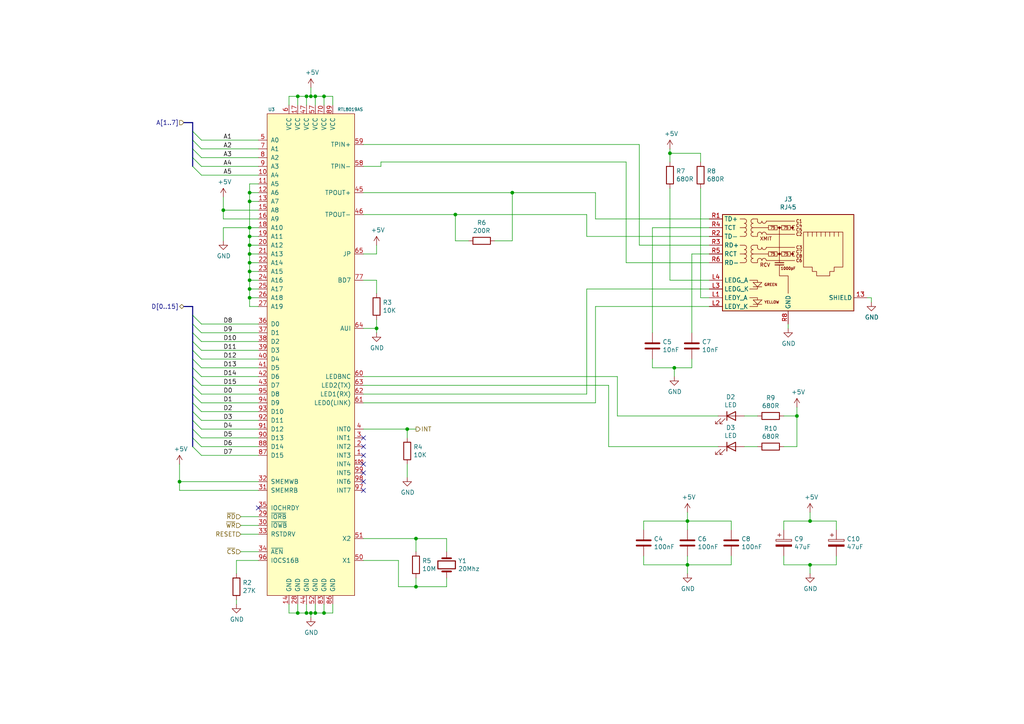
<source format=kicad_sch>
(kicad_sch (version 20211123) (generator eeschema)
  (paper "A4")
  (lib_symbols
    (symbol "Connector:RJ45_Amphenol_RJMG1BD3B8K1ANR"
      (property "Reference" "J" (at 19.05 15.24 0))
      (property "Value" "RJ45_Amphenol_RJMG1BD3B8K1ANR" (at -19.05 15.24 0))
      (symbol "RJ45_Amphenol_RJMG1BD3B8K1ANR_0_0"
        (circle (center -2.54 2.54) (radius 0.254) (stroke (width 0.254)) (fill (type outline)))
        (circle (center -2.54 10.16) (radius 0.254) (stroke (width 0.254)) (fill (type outline)))
        (polyline (pts (xy -7.62 -12.065) (xy -10.16 -12.065)))
        (polyline (pts (xy -7.62 -6.985) (xy -10.16 -6.985)))
        (polyline (pts (xy -2.54 10.16) (xy -2.54 0)))
        (polyline (pts (xy -1.27 -0.635) (xy -3.81 -0.635)) (stroke (width 0.254)))
        (polyline (pts (xy -1.27 0) (xy -3.81 0)) (stroke (width 0.254)))
        (polyline (pts (xy 1.27 2.54) (xy 0.635 2.54)))
        (polyline (pts (xy 1.27 10.16) (xy 0.635 10.16)))
        (polyline (pts (xy -11.176 -12.7) (xy -8.89 -12.7) (xy -8.89 -12.065)))
        (polyline (pts (xy -11.176 -10.16) (xy -8.89 -10.16) (xy -8.89 -10.795)))
        (polyline (pts (xy -11.176 -5.08) (xy -8.89 -5.08) (xy -8.89 -5.715)))
        (polyline (pts (xy -8.89 -6.985) (xy -8.89 -7.62) (xy -11.176 -7.62)))
        (polyline (pts (xy -10.16 -5.715) (xy -7.62 -5.715) (xy -8.89 -6.985) (xy -10.16 -5.715)))
        (polyline (pts (xy -7.62 -10.795) (xy -10.16 -10.795) (xy -8.89 -12.065) (xy -7.62 -10.795)))
        (polyline (pts (xy -2.54 -0.635) (xy -2.54 -3.81) (xy 0 -3.81) (xy 0 -8.89)))
        (polyline (pts (xy 1.905 3.175) (xy 1.27 3.175) (xy 1.27 1.905) (xy 1.905 1.905)))
        (polyline (pts (xy 1.905 10.795) (xy 1.27 10.795) (xy 1.27 9.525) (xy 1.905 9.525)))
        (circle (center 1.27 2.54) (radius 0.254) (stroke (width 0.254)) (fill (type outline)))
        (circle (center 1.27 10.16) (radius 0.254) (stroke (width 0.254)) (fill (type outline)))
        (text "1000pF" (at 0 -1.651 0) (effects (font (size 0.762 0.762))))
        (text "75" (at -4.445 2.54 0) (effects (font (size 0.762 0.762))))
        (text "75" (at -4.445 10.16 0) (effects (font (size 0.762 0.762))))
        (text "75" (at -0.635 2.54 0) (effects (font (size 0.762 0.762))))
        (text "75" (at -0.635 10.16 0) (effects (font (size 0.762 0.762))))
        (text "C1" (at 3.175 12.065 0) (effects (font (size 0.889 0.889))))
        (text "C2" (at 3.175 8.255 0) (effects (font (size 0.889 0.889))))
        (text "C3" (at 3.175 4.445 0) (effects (font (size 0.889 0.889))))
        (text "C4" (at 3.175 10.795 0) (effects (font (size 0.889 0.889))))
        (text "C5" (at 3.175 9.525 0) (effects (font (size 0.889 0.889))))
        (text "C6" (at 3.175 0.635 0) (effects (font (size 0.889 0.889))))
        (text "C7" (at 3.175 3.175 0) (effects (font (size 0.889 0.889))))
        (text "C8" (at 3.175 1.905 0) (effects (font (size 0.889 0.889))))
        (text "GREEN" (at -6.985 -6.35 0) (effects (font (size 0.762 0.762)) (justify left)))
        (text "RCV" (at -8.255 -0.635 0) (effects (font (size 1.016 1.016)) (justify left)))
        (text "XMIT" (at -8.255 6.985 0) (effects (font (size 1.016 1.016)) (justify left)))
        (text "YELLOW" (at -6.985 -11.43 0) (effects (font (size 0.762 0.762)) (justify left)))
      )
      (symbol "RJ45_Amphenol_RJMG1BD3B8K1ANR_0_1"
        (rectangle (start -19.05 -13.97) (end 19.05 13.97) (stroke (width 0.254)) (fill (type background)))
        (arc (start -12.7 0) (mid -12.065 0.635) (end -12.7 1.27))
        (arc (start -12.7 1.27) (mid -12.065 1.905) (end -12.7 2.54))
        (arc (start -12.7 2.54) (mid -12.065 3.175) (end -12.7 3.81))
        (arc (start -12.7 3.81) (mid -12.065 4.445) (end -12.7 5.08))
        (arc (start -12.7 7.62) (mid -12.065 8.255) (end -12.7 8.89))
        (arc (start -12.7 8.89) (mid -12.065 9.525) (end -12.7 10.16))
        (arc (start -12.7 10.16) (mid -12.065 10.795) (end -12.7 11.43))
        (arc (start -12.7 11.43) (mid -12.065 12.065) (end -12.7 12.7))
        (arc (start -10.16 1.27) (mid -10.795 0.635) (end -10.16 0))
        (arc (start -10.16 2.54) (mid -10.795 1.905) (end -10.16 1.27))
        (arc (start -10.16 3.81) (mid -10.795 3.175) (end -10.16 2.54))
        (arc (start -10.16 5.08) (mid -10.795 4.445) (end -10.16 3.81))
        (arc (start -10.16 8.89) (mid -10.795 8.255) (end -10.16 7.62))
        (arc (start -10.16 10.16) (mid -10.795 9.525) (end -10.16 8.89))
        (arc (start -10.16 11.43) (mid -10.795 10.795) (end -10.16 10.16))
        (arc (start -10.16 12.7) (mid -10.795 12.065) (end -10.16 11.43))
        (arc (start -8.89 4.445) (mid -8.255 3.81) (end -7.62 4.445))
        (arc (start -8.89 12.065) (mid -8.255 11.43) (end -7.62 12.065))
        (arc (start -7.62 0.635) (mid -8.255 1.27) (end -8.89 0.635))
        (arc (start -7.62 4.445) (mid -6.985 3.81) (end -6.35 4.445))
        (arc (start -7.62 8.255) (mid -8.255 8.89) (end -8.89 8.255))
        (arc (start -7.62 12.065) (mid -6.985 11.43) (end -6.35 12.065))
        (arc (start -6.35 0.635) (mid -6.985 1.27) (end -7.62 0.635))
        (arc (start -6.35 8.255) (mid -6.985 8.89) (end -7.62 8.255))
        (rectangle (start -5.715 3.175) (end -3.175 1.905))
        (rectangle (start -5.715 10.795) (end -3.175 9.525))
        (rectangle (start -1.905 3.175) (end 0.635 1.905))
        (rectangle (start -1.905 10.795) (end 0.635 9.525))
        (polyline (pts (xy -12.7 0) (xy -13.97 0)))
        (polyline (pts (xy -12.7 2.54) (xy -13.97 2.54)))
        (polyline (pts (xy -12.7 5.08) (xy -13.97 5.08)))
        (polyline (pts (xy -12.7 7.62) (xy -13.97 7.62)))
        (polyline (pts (xy -12.7 10.16) (xy -13.97 10.16)))
        (polyline (pts (xy -12.7 12.7) (xy -13.97 12.7)))
        (polyline (pts (xy -6.35 0.635) (xy 1.905 0.635)))
        (polyline (pts (xy -6.35 4.445) (xy 1.905 4.445)))
        (polyline (pts (xy -6.35 8.255) (xy 1.905 8.255)))
        (polyline (pts (xy -6.35 12.065) (xy 1.905 12.065)))
        (polyline (pts (xy -5.715 2.54) (xy -10.16 2.54)))
        (polyline (pts (xy -5.715 10.16) (xy -10.16 10.16)))
        (polyline (pts (xy -3.175 2.54) (xy -1.905 2.54)))
        (polyline (pts (xy -3.175 10.16) (xy -1.905 10.16)))
        (polyline (pts (xy 5.715 7.62) (xy 5.715 8.89)))
        (polyline (pts (xy 6.985 8.89) (xy 6.985 7.62)))
        (polyline (pts (xy 8.255 8.89) (xy 8.255 7.62)))
        (polyline (pts (xy 9.525 8.89) (xy 9.525 7.62)))
        (polyline (pts (xy 10.795 8.89) (xy 10.795 7.62)))
        (polyline (pts (xy 12.065 8.89) (xy 12.065 7.62)))
        (polyline (pts (xy 13.335 7.62) (xy 13.335 8.89)))
        (polyline (pts (xy 14.605 7.62) (xy 14.605 8.89)))
        (polyline (pts (xy -10.16 5.08) (xy -8.89 5.08) (xy -8.89 4.445)))
        (polyline (pts (xy -10.16 12.7) (xy -8.89 12.7) (xy -8.89 12.065)))
        (polyline (pts (xy -8.89 0.635) (xy -8.89 0) (xy -10.16 0)))
        (polyline (pts (xy -8.89 8.255) (xy -8.89 7.62) (xy -10.16 7.62)))
        (polyline (pts (xy 4.445 8.89) (xy 15.875 8.89) (xy 15.875 -1.27) (xy 13.335 -1.27) (xy 13.335 -2.54) (xy 12.065 -2.54) (xy 12.065 -3.81) (xy 8.255 -3.81) (xy 8.255 -2.54) (xy 6.985 -2.54) (xy 6.985 -1.27) (xy 4.445 -1.27) (xy 4.445 8.89)))
      )
      (symbol "RJ45_Amphenol_RJMG1BD3B8K1ANR_1_1"
        (pin passive line (at 22.86 -10.16 180) (length 3.81) (name "SHIELD") (number "13"))
        (pin passive line (at -22.86 -10.16 0) (length 3.81) (name "LEDY_A") (number "L1"))
        (pin passive line (at -22.86 -12.7 0) (length 3.81) (name "LEDY_K") (number "L2"))
        (pin passive line (at -22.86 -7.62 0) (length 3.81) (name "LEDG_K") (number "L3"))
        (pin passive line (at -22.86 -5.08 0) (length 3.81) (name "LEDG_A") (number "L4"))
        (pin passive line (at -22.86 12.7 0) (length 3.81) (name "TD+") (number "R1"))
        (pin passive line (at -22.86 7.62 0) (length 3.81) (name "TD-") (number "R2"))
        (pin passive line (at -22.86 5.08 0) (length 3.81) (name "RD+") (number "R3"))
        (pin passive line (at -22.86 10.16 0) (length 3.81) (name "TCT") (number "R4"))
        (pin passive line (at -22.86 2.54 0) (length 3.81) (name "RCT") (number "R5"))
        (pin passive line (at -22.86 0 0) (length 3.81) (name "RD-") (number "R6"))
        (pin no_connect line (at 5.08 -5.08 0) (length 0) hide (name "NC") (number "R7"))
        (pin power_in line (at 0 -17.78 90) (length 3.81) (name "GND") (number "R8"))
      )
    )
    (symbol "Ddraig:RTL8019AS" (pin_names (offset 1.016))
      (property "Reference" "U" (at -11.43 36.83 0))
      (property "Value" "RTL8019AS" (at 12.7 -105.41 0))
      (symbol "RTL8019AS_0_1"
        (rectangle (start -12.7 35.56) (end 12.7 -104.14) (fill (type background)))
      )
      (symbol "RTL8019AS_1_1"
        (pin output line (at 15.24 -63.5 180) (length 2.54) (name "INT3") (number "1"))
        (pin input line (at -15.24 17.78 0) (length 2.54) (name "A4") (number "10"))
        (pin output line (at 15.24 -66.04 180) (length 2.54) (name "INT4") (number "100"))
        (pin input line (at -15.24 15.24 0) (length 2.54) (name "A5") (number "11"))
        (pin input line (at -15.24 12.7 0) (length 2.54) (name "A6") (number "12"))
        (pin input line (at -15.24 10.16 0) (length 2.54) (name "A7") (number "13"))
        (pin power_in line (at -6.35 -106.68 90) (length 2.54) (name "GND") (number "14"))
        (pin input line (at -15.24 7.62 0) (length 2.54) (name "A8") (number "15"))
        (pin input line (at -15.24 5.08 0) (length 2.54) (name "A9") (number "16"))
        (pin power_in line (at -3.81 38.1 270) (length 2.54) (name "VCC") (number "17"))
        (pin input line (at -15.24 2.54 0) (length 2.54) (name "A10") (number "18"))
        (pin input line (at -15.24 0 0) (length 2.54) (name "A11") (number "19"))
        (pin output line (at 15.24 -60.96 180) (length 2.54) (name "INT2") (number "2"))
        (pin input line (at -15.24 -2.54 0) (length 2.54) (name "A12") (number "20"))
        (pin input line (at -15.24 -5.08 0) (length 2.54) (name "A13") (number "21"))
        (pin input line (at -15.24 -7.62 0) (length 2.54) (name "A14") (number "22"))
        (pin input line (at -15.24 -10.16 0) (length 2.54) (name "A15") (number "23"))
        (pin input line (at -15.24 -12.7 0) (length 2.54) (name "A16") (number "24"))
        (pin input line (at -15.24 -15.24 0) (length 2.54) (name "A17") (number "25"))
        (pin input line (at -15.24 -17.78 0) (length 2.54) (name "A18") (number "26"))
        (pin input line (at -15.24 -20.32 0) (length 2.54) (name "A19") (number "27"))
        (pin power_in line (at -3.81 -106.68 90) (length 2.54) (name "GND") (number "28"))
        (pin input line (at -15.24 -81.28 0) (length 2.54) (name "~{IORB}") (number "29"))
        (pin output line (at 15.24 -58.42 180) (length 2.54) (name "INT1") (number "3"))
        (pin input line (at -15.24 -83.82 0) (length 2.54) (name "~{IOWB}") (number "30"))
        (pin input line (at -15.24 -73.66 0) (length 2.54) (name "SMEMRB") (number "31"))
        (pin input line (at -15.24 -71.12 0) (length 2.54) (name "SMEMWB") (number "32"))
        (pin input line (at -15.24 -86.36 0) (length 2.54) (name "RSTDRV") (number "33"))
        (pin input line (at -15.24 -91.44 0) (length 2.54) (name "~{AEN}") (number "34"))
        (pin input line (at -15.24 -78.74 0) (length 2.54) (name "IOCHRDY") (number "35"))
        (pin bidirectional line (at -15.24 -25.4 0) (length 2.54) (name "D0") (number "36"))
        (pin bidirectional line (at -15.24 -27.94 0) (length 2.54) (name "D1") (number "37"))
        (pin bidirectional line (at -15.24 -30.48 0) (length 2.54) (name "D2") (number "38"))
        (pin bidirectional line (at -15.24 -33.02 0) (length 2.54) (name "D3") (number "39"))
        (pin output line (at 15.24 -55.88 180) (length 2.54) (name "INT0") (number "4"))
        (pin bidirectional line (at -15.24 -35.56 0) (length 2.54) (name "D4") (number "40"))
        (pin bidirectional line (at -15.24 -38.1 0) (length 2.54) (name "D5") (number "41"))
        (pin bidirectional line (at -15.24 -40.64 0) (length 2.54) (name "D6") (number "42"))
        (pin bidirectional line (at -15.24 -43.18 0) (length 2.54) (name "D7") (number "43"))
        (pin power_in line (at -1.27 -106.68 90) (length 2.54) (name "GND") (number "44"))
        (pin passive line (at 15.24 12.7 180) (length 2.54) (name "TPOUT+") (number "45"))
        (pin passive line (at 15.24 6.35 180) (length 2.54) (name "TPOUT-") (number "46"))
        (pin power_in line (at -1.27 38.1 270) (length 2.54) (name "VCC") (number "47"))
        (pin no_connect line (at 0 -15.24 180) (length 2.54) hide (name "TX-") (number "48"))
        (pin no_connect line (at 0 -12.7 180) (length 2.54) hide (name "TX+") (number "49"))
        (pin input line (at -15.24 27.94 0) (length 2.54) (name "A0") (number "5"))
        (pin passive line (at 15.24 -93.98 180) (length 2.54) (name "X1") (number "50"))
        (pin passive line (at 15.24 -87.63 180) (length 2.54) (name "X2") (number "51"))
        (pin power_in line (at 1.27 -106.68 90) (length 2.54) (name "GND") (number "52"))
        (pin no_connect line (at 0 -7.62 180) (length 2.54) hide (name "CD-") (number "53"))
        (pin no_connect line (at 0 -5.08 180) (length 2.54) hide (name "CD+") (number "54"))
        (pin no_connect line (at 0 0 180) (length 2.54) hide (name "RX-") (number "55"))
        (pin no_connect line (at 0 2.54 180) (length 2.54) hide (name "RX+") (number "56"))
        (pin power_in line (at 1.27 38.1 270) (length 2.54) (name "VCC") (number "57"))
        (pin passive line (at 15.24 20.32 180) (length 2.54) (name "TPIN-") (number "58"))
        (pin passive line (at 15.24 26.67 180) (length 2.54) (name "TPIN+") (number "59"))
        (pin power_in line (at -6.35 38.1 270) (length 2.54) (name "VCC") (number "6"))
        (pin output line (at 15.24 -40.64 180) (length 2.54) (name "LEDBNC") (number "60"))
        (pin output line (at 15.24 -48.26 180) (length 2.54) (name "LED0(LINK)") (number "61"))
        (pin output line (at 15.24 -45.72 180) (length 2.54) (name "LED1(RX)") (number "62"))
        (pin output line (at 15.24 -43.18 180) (length 2.54) (name "LED2(TX)") (number "63"))
        (pin input line (at 15.24 -26.67 180) (length 2.54) (name "AUI") (number "64"))
        (pin input line (at 15.24 -5.08 180) (length 2.54) (name "JP") (number "65"))
        (pin no_connect line (at 2.54 -53.34 180) (length 2.54) hide (name "BA21/PNP") (number "66"))
        (pin no_connect line (at 2.54 -50.8 180) (length 2.54) hide (name "BA20/BS0") (number "67"))
        (pin no_connect line (at 2.54 -48.26 180) (length 2.54) hide (name "BA19/BS1") (number "68"))
        (pin no_connect line (at 2.54 -45.72 180) (length 2.54) hide (name "BA18/BS2") (number "69"))
        (pin input line (at -15.24 25.4 0) (length 2.54) (name "A1") (number "7"))
        (pin power_in line (at 3.81 38.1 270) (length 2.54) (name "VCC") (number "70"))
        (pin no_connect line (at 2.54 -43.18 180) (length 2.54) hide (name "BA17/BS3") (number "71"))
        (pin no_connect line (at 2.54 -40.64 180) (length 2.54) hide (name "BA16/BS4") (number "72"))
        (pin no_connect line (at 2.54 -38.1 180) (length 2.54) hide (name "BA15") (number "73"))
        (pin no_connect line (at 2.54 -35.56 180) (length 2.54) hide (name "BA14/PL0") (number "74"))
        (pin no_connect line (at 15.24 -16.51 180) (length 2.54) hide (name "BCSB") (number "75"))
        (pin no_connect line (at 15.24 -19.05 180) (length 2.54) hide (name "EECS") (number "76"))
        (pin bidirectional line (at 15.24 -12.7 180) (length 2.54) (name "BD7") (number "77"))
        (pin no_connect line (at 0 7.62 180) (length 2.54) hide (name "BD6/IRQS0/EEDI") (number "78"))
        (pin no_connect line (at 0 10.16 180) (length 2.54) hide (name "BD5/IRQS1/EESK") (number "79"))
        (pin input line (at -15.24 22.86 0) (length 2.54) (name "A2") (number "8"))
        (pin no_connect line (at 0 12.7 180) (length 2.54) hide (name "BD4/IRQS2") (number "80"))
        (pin no_connect line (at 0 15.24 180) (length 2.54) hide (name "BD3/IOS0") (number "81"))
        (pin no_connect line (at 0 17.78 180) (length 2.54) hide (name "BD2/IOS1") (number "82"))
        (pin power_in line (at 3.81 -106.68 90) (length 2.54) (name "GND") (number "83"))
        (pin no_connect line (at 0 20.32 180) (length 2.54) hide (name "BD1/IOS2") (number "84"))
        (pin no_connect line (at 0 22.86 180) (length 2.54) hide (name "BD0/IOS3") (number "85"))
        (pin power_in line (at 6.35 -106.68 90) (length 2.54) (name "GND") (number "86"))
        (pin bidirectional line (at -15.24 -63.5 0) (length 2.54) (name "D15") (number "87"))
        (pin bidirectional line (at -15.24 -60.96 0) (length 2.54) (name "D14") (number "88"))
        (pin power_in line (at 6.35 38.1 270) (length 2.54) (name "VCC") (number "89"))
        (pin input line (at -15.24 20.32 0) (length 2.54) (name "A3") (number "9"))
        (pin bidirectional line (at -15.24 -58.42 0) (length 2.54) (name "D13") (number "90"))
        (pin bidirectional line (at -15.24 -55.88 0) (length 2.54) (name "D12") (number "91"))
        (pin bidirectional line (at -15.24 -53.34 0) (length 2.54) (name "D11") (number "92"))
        (pin bidirectional line (at -15.24 -50.8 0) (length 2.54) (name "D10") (number "93"))
        (pin bidirectional line (at -15.24 -48.26 0) (length 2.54) (name "D9") (number "94"))
        (pin bidirectional line (at -15.24 -45.72 0) (length 2.54) (name "D8") (number "95"))
        (pin input line (at -15.24 -93.98 0) (length 2.54) (name "IOCS16B") (number "96"))
        (pin output line (at 15.24 -73.66 180) (length 2.54) (name "INT7") (number "97"))
        (pin output line (at 15.24 -71.12 180) (length 2.54) (name "INT6") (number "98"))
        (pin output line (at 15.24 -68.58 180) (length 2.54) (name "INT5") (number "99"))
      )
    )
    (symbol "Device:C" (pin_numbers hide) (pin_names (offset 0.254))
      (property "Reference" "C" (at 0.635 2.54 0))
      (property "Value" "C" (at 0.635 -2.54 0))
      (symbol "C_0_1"
        (polyline (pts (xy -2.032 -0.762) (xy 2.032 -0.762)) (stroke (width 0.508)))
        (polyline (pts (xy -2.032 0.762) (xy 2.032 0.762)) (stroke (width 0.508)))
      )
      (symbol "C_1_1"
        (pin passive line (at 0 3.81 270) (length 2.794) (name "~") (number "1"))
        (pin passive line (at 0 -3.81 90) (length 2.794) (name "~") (number "2"))
      )
    )
    (symbol "Device:C_Polarized" (pin_numbers hide) (pin_names (offset 0.254))
      (property "Reference" "C" (at 0.635 2.54 0))
      (property "Value" "C_Polarized" (at 0.635 -2.54 0))
      (symbol "C_Polarized_0_1"
        (rectangle (start -2.286 0.508) (end 2.286 1.016))
        (polyline (pts (xy -1.778 2.286) (xy -0.762 2.286)))
        (polyline (pts (xy -1.27 2.794) (xy -1.27 1.778)))
        (rectangle (start 2.286 -0.508) (end -2.286 -1.016) (fill (type outline)))
      )
      (symbol "C_Polarized_1_1"
        (pin passive line (at 0 3.81 270) (length 2.794) (name "~") (number "1"))
        (pin passive line (at 0 -3.81 90) (length 2.794) (name "~") (number "2"))
      )
    )
    (symbol "Device:Crystal" (pin_numbers hide) (pin_names (offset 1.016) hide)
      (property "Reference" "Y" (at 0 3.81 0))
      (property "Value" "Crystal" (at 0 -3.81 0))
      (symbol "Crystal_0_1"
        (rectangle (start -1.143 2.54) (end 1.143 -2.54) (stroke (width 0.3048)))
        (polyline (pts (xy -2.54 0) (xy -1.905 0)))
        (polyline (pts (xy -1.905 -1.27) (xy -1.905 1.27)) (stroke (width 0.508)))
        (polyline (pts (xy 1.905 -1.27) (xy 1.905 1.27)) (stroke (width 0.508)))
        (polyline (pts (xy 2.54 0) (xy 1.905 0)))
      )
      (symbol "Crystal_1_1"
        (pin passive line (at -3.81 0 0) (length 1.27) (name "1") (number "1"))
        (pin passive line (at 3.81 0 180) (length 1.27) (name "2") (number "2"))
      )
    )
    (symbol "Device:LED" (pin_numbers hide) (pin_names (offset 1.016) hide)
      (property "Reference" "D" (at 0 2.54 0))
      (property "Value" "LED" (at 0 -2.54 0))
      (symbol "LED_0_1"
        (polyline (pts (xy -1.27 -1.27) (xy -1.27 1.27)) (stroke (width 0.254)))
        (polyline (pts (xy -1.27 0) (xy 1.27 0)))
        (polyline (pts (xy 1.27 -1.27) (xy 1.27 1.27) (xy -1.27 0) (xy 1.27 -1.27)) (stroke (width 0.254)))
        (polyline (pts (xy -3.048 -0.762) (xy -4.572 -2.286) (xy -3.81 -2.286) (xy -4.572 -2.286) (xy -4.572 -1.524)))
        (polyline (pts (xy -1.778 -0.762) (xy -3.302 -2.286) (xy -2.54 -2.286) (xy -3.302 -2.286) (xy -3.302 -1.524)))
      )
      (symbol "LED_1_1"
        (pin passive line (at -3.81 0 0) (length 2.54) (name "K") (number "1"))
        (pin passive line (at 3.81 0 180) (length 2.54) (name "A") (number "2"))
      )
    )
    (symbol "Device:R" (pin_numbers hide) (pin_names (offset 0))
      (property "Reference" "R" (at 2.032 0 90))
      (property "Value" "R" (at 0 0 90))
      (symbol "R_0_1"
        (rectangle (start -1.016 -2.54) (end 1.016 2.54) (stroke (width 0.254)))
      )
      (symbol "R_1_1"
        (pin passive line (at 0 3.81 270) (length 1.27) (name "~") (number "1"))
        (pin passive line (at 0 -3.81 90) (length 1.27) (name "~") (number "2"))
      )
    )
    (symbol "power:+5V" (power) (pin_names (offset 0))
      (property "Value" "+5V" (at 0 3.556 0))
      (symbol "+5V_0_1"
        (polyline (pts (xy -0.762 1.27) (xy 0 2.54)))
        (polyline (pts (xy 0 0) (xy 0 2.54)))
        (polyline (pts (xy 0 2.54) (xy 0.762 1.27)))
      )
      (symbol "+5V_1_1"
        (pin power_in line (at 0 0 90) (length 0) hide (name "+5V") (number "1"))
      )
    )
    (symbol "power:GND" (power) (pin_names (offset 0))
      (property "Value" "GND" (at 0 -3.81 0))
      (symbol "GND_0_1"
        (polyline (pts (xy 0 0) (xy 0 -1.27) (xy 1.27 -1.27) (xy 0 -2.54) (xy -1.27 -1.27) (xy 0 -1.27)))
      )
      (symbol "GND_1_1"
        (pin power_in line (at 0 0 270) (length 0) hide (name "GND") (number "1"))
      )
    )
  )
  (junction (at 148.59 55.88))
  (junction (at 72.39 76.2))
  (junction (at 64.77 60.96))
  (junction (at 132.08 62.23))
  (junction (at 120.65 156.21))
  (junction (at 90.17 27.94))
  (junction (at 234.95 163.83))
  (junction (at 199.39 151.13))
  (junction (at 72.39 55.88))
  (junction (at 91.44 177.8))
  (junction (at 72.39 68.58))
  (junction (at 91.44 27.94))
  (junction (at 86.36 27.94))
  (junction (at 72.39 58.42))
  (junction (at 72.39 86.36))
  (junction (at 72.39 81.28))
  (junction (at 194.31 44.45))
  (junction (at 72.39 66.04))
  (junction (at 120.65 170.18))
  (junction (at 199.39 163.83))
  (junction (at 52.07 139.7))
  (junction (at 118.11 124.46))
  (junction (at 72.39 83.82))
  (junction (at 88.9 177.8))
  (junction (at 72.39 71.12))
  (junction (at 88.9 27.94))
  (junction (at 231.14 120.65))
  (junction (at 86.36 177.8))
  (junction (at 93.98 177.8))
  (junction (at 109.22 95.25))
  (junction (at 93.98 27.94))
  (junction (at 90.17 177.8))
  (junction (at 72.39 78.74))
  (junction (at 195.58 106.68))
  (junction (at 234.95 151.13))
  (junction (at 72.39 73.66))
  (no_connect (at 105.41 142.24))
  (no_connect (at 105.41 132.08))
  (no_connect (at 105.41 127))
  (no_connect (at 105.41 129.54))
  (no_connect (at 105.41 137.16))
  (no_connect (at 74.93 147.32))
  (no_connect (at 105.41 134.62))
  (no_connect (at 105.41 139.7))
  (bus_entry (at 55.88 40.64) (size 2.54 2.54))
  (bus_entry (at 55.88 96.52) (size 2.54 2.54))
  (bus_entry (at 55.88 101.6) (size 2.54 2.54))
  (bus_entry (at 55.88 38.1) (size 2.54 2.54))
  (bus_entry (at 55.88 106.68) (size 2.54 2.54))
  (bus_entry (at 55.88 121.92) (size 2.54 2.54))
  (bus_entry (at 55.88 119.38) (size 2.54 2.54))
  (bus_entry (at 55.88 114.3) (size 2.54 2.54))
  (bus_entry (at 55.88 43.18) (size 2.54 2.54))
  (bus_entry (at 55.88 127) (size 2.54 2.54))
  (bus_entry (at 55.88 124.46) (size 2.54 2.54))
  (bus_entry (at 55.88 91.44) (size 2.54 2.54))
  (bus_entry (at 55.88 111.76) (size 2.54 2.54))
  (bus_entry (at 55.88 116.84) (size 2.54 2.54))
  (bus_entry (at 55.88 109.22) (size 2.54 2.54))
  (bus_entry (at 55.88 45.72) (size 2.54 2.54))
  (bus_entry (at 55.88 48.26) (size 2.54 2.54))
  (bus_entry (at 55.88 99.06) (size 2.54 2.54))
  (bus_entry (at 55.88 129.54) (size 2.54 2.54))
  (bus_entry (at 55.88 93.98) (size 2.54 2.54))
  (bus_entry (at 55.88 104.14) (size 2.54 2.54))
  (wire (pts (xy 86.36 27.94) (xy 88.9 27.94)))
  (wire (pts (xy 105.41 114.3) (xy 170.18 114.3)))
  (wire (pts (xy 242.57 161.29) (xy 242.57 163.83)))
  (wire (pts (xy 74.93 116.84) (xy 58.42 116.84)))
  (wire (pts (xy 227.33 151.13) (xy 227.33 153.67)))
  (wire (pts (xy 74.93 93.98) (xy 58.42 93.98)))
  (wire (pts (xy 74.93 83.82) (xy 72.39 83.82)))
  (wire (pts (xy 135.89 69.85) (xy 132.08 69.85)))
  (wire (pts (xy 88.9 30.48) (xy 88.9 27.94)))
  (wire (pts (xy 231.14 118.11) (xy 231.14 120.65)))
  (wire (pts (xy 74.93 121.92) (xy 58.42 121.92)))
  (wire (pts (xy 74.93 58.42) (xy 72.39 58.42)))
  (wire (pts (xy 74.93 101.6) (xy 58.42 101.6)))
  (bus (pts (xy 55.88 111.76) (xy 55.88 114.3)))
  (wire (pts (xy 105.41 41.91) (xy 185.42 41.91)))
  (wire (pts (xy 68.58 173.99) (xy 68.58 175.26)))
  (wire (pts (xy 195.58 106.68) (xy 200.66 106.68)))
  (wire (pts (xy 227.33 151.13) (xy 234.95 151.13)))
  (wire (pts (xy 109.22 96.52) (xy 109.22 95.25)))
  (wire (pts (xy 109.22 95.25) (xy 109.22 92.71)))
  (wire (pts (xy 91.44 27.94) (xy 93.98 27.94)))
  (wire (pts (xy 93.98 27.94) (xy 96.52 27.94)))
  (wire (pts (xy 195.58 109.22) (xy 195.58 106.68)))
  (wire (pts (xy 105.41 162.56) (xy 115.57 162.56)))
  (wire (pts (xy 74.93 71.12) (xy 72.39 71.12)))
  (wire (pts (xy 74.93 50.8) (xy 58.42 50.8)))
  (wire (pts (xy 181.61 76.2) (xy 205.74 76.2)))
  (wire (pts (xy 88.9 175.26) (xy 88.9 177.8)))
  (wire (pts (xy 91.44 175.26) (xy 91.44 177.8)))
  (wire (pts (xy 90.17 179.07) (xy 90.17 177.8)))
  (wire (pts (xy 252.73 86.36) (xy 251.46 86.36)))
  (wire (pts (xy 109.22 85.09) (xy 109.22 81.28)))
  (wire (pts (xy 203.2 86.36) (xy 205.74 86.36)))
  (wire (pts (xy 234.95 151.13) (xy 242.57 151.13)))
  (wire (pts (xy 72.39 58.42) (xy 72.39 66.04)))
  (bus (pts (xy 55.88 104.14) (xy 55.88 106.68)))
  (wire (pts (xy 189.23 66.04) (xy 189.23 96.52)))
  (wire (pts (xy 176.53 111.76) (xy 176.53 129.54)))
  (wire (pts (xy 90.17 177.8) (xy 91.44 177.8)))
  (wire (pts (xy 74.93 60.96) (xy 64.77 60.96)))
  (wire (pts (xy 234.95 163.83) (xy 242.57 163.83)))
  (wire (pts (xy 72.39 78.74) (xy 72.39 81.28)))
  (wire (pts (xy 186.69 161.29) (xy 186.69 163.83)))
  (wire (pts (xy 105.41 55.88) (xy 148.59 55.88)))
  (wire (pts (xy 74.93 111.76) (xy 58.42 111.76)))
  (wire (pts (xy 170.18 114.3) (xy 170.18 83.82)))
  (wire (pts (xy 110.49 46.99) (xy 110.49 48.26)))
  (wire (pts (xy 234.95 166.37) (xy 234.95 163.83)))
  (wire (pts (xy 132.08 62.23) (xy 105.41 62.23)))
  (wire (pts (xy 219.71 129.54) (xy 215.9 129.54)))
  (wire (pts (xy 199.39 163.83) (xy 212.09 163.83)))
  (wire (pts (xy 68.58 162.56) (xy 74.93 162.56)))
  (bus (pts (xy 55.88 99.06) (xy 55.88 101.6)))
  (wire (pts (xy 205.74 68.58) (xy 170.18 68.58)))
  (wire (pts (xy 212.09 151.13) (xy 199.39 151.13)))
  (wire (pts (xy 88.9 27.94) (xy 90.17 27.94)))
  (wire (pts (xy 120.65 170.18) (xy 129.54 170.18)))
  (wire (pts (xy 234.95 148.59) (xy 234.95 151.13)))
  (wire (pts (xy 199.39 166.37) (xy 199.39 163.83)))
  (wire (pts (xy 74.93 104.14) (xy 58.42 104.14)))
  (wire (pts (xy 215.9 120.65) (xy 219.71 120.65)))
  (wire (pts (xy 252.73 87.63) (xy 252.73 86.36)))
  (wire (pts (xy 129.54 170.18) (xy 129.54 167.64)))
  (wire (pts (xy 199.39 163.83) (xy 199.39 161.29)))
  (wire (pts (xy 228.6 95.25) (xy 228.6 93.98)))
  (wire (pts (xy 199.39 148.59) (xy 199.39 151.13)))
  (wire (pts (xy 195.58 106.68) (xy 189.23 106.68)))
  (wire (pts (xy 86.36 30.48) (xy 86.36 27.94)))
  (wire (pts (xy 109.22 71.12) (xy 109.22 73.66)))
  (wire (pts (xy 194.31 81.28) (xy 205.74 81.28)))
  (wire (pts (xy 148.59 55.88) (xy 172.72 55.88)))
  (wire (pts (xy 72.39 88.9) (xy 74.93 88.9)))
  (wire (pts (xy 72.39 71.12) (xy 72.39 73.66)))
  (wire (pts (xy 74.93 99.06) (xy 58.42 99.06)))
  (wire (pts (xy 176.53 129.54) (xy 208.28 129.54)))
  (wire (pts (xy 64.77 66.04) (xy 64.77 69.85)))
  (wire (pts (xy 74.93 78.74) (xy 72.39 78.74)))
  (wire (pts (xy 74.93 129.54) (xy 58.42 129.54)))
  (wire (pts (xy 74.93 55.88) (xy 72.39 55.88)))
  (wire (pts (xy 227.33 163.83) (xy 234.95 163.83)))
  (wire (pts (xy 72.39 55.88) (xy 72.39 58.42)))
  (wire (pts (xy 148.59 69.85) (xy 148.59 55.88)))
  (bus (pts (xy 55.88 114.3) (xy 55.88 116.84)))
  (wire (pts (xy 186.69 163.83) (xy 199.39 163.83)))
  (wire (pts (xy 105.41 156.21) (xy 120.65 156.21)))
  (bus (pts (xy 55.88 124.46) (xy 55.88 127)))
  (bus (pts (xy 55.88 96.52) (xy 55.88 99.06)))
  (wire (pts (xy 74.93 96.52) (xy 58.42 96.52)))
  (bus (pts (xy 55.88 88.9) (xy 53.34 88.9)))
  (wire (pts (xy 83.82 177.8) (xy 86.36 177.8)))
  (wire (pts (xy 74.93 132.08) (xy 58.42 132.08)))
  (wire (pts (xy 205.74 73.66) (xy 200.66 73.66)))
  (wire (pts (xy 83.82 30.48) (xy 83.82 27.94)))
  (wire (pts (xy 74.93 139.7) (xy 52.07 139.7)))
  (wire (pts (xy 231.14 120.65) (xy 231.14 129.54)))
  (wire (pts (xy 172.72 88.9) (xy 205.74 88.9)))
  (wire (pts (xy 170.18 68.58) (xy 170.18 62.23)))
  (wire (pts (xy 74.93 68.58) (xy 72.39 68.58)))
  (wire (pts (xy 72.39 83.82) (xy 72.39 86.36)))
  (wire (pts (xy 205.74 71.12) (xy 185.42 71.12)))
  (wire (pts (xy 74.93 106.68) (xy 58.42 106.68)))
  (wire (pts (xy 120.65 124.46) (xy 118.11 124.46)))
  (wire (pts (xy 69.85 160.02) (xy 74.93 160.02)))
  (wire (pts (xy 185.42 71.12) (xy 185.42 41.91)))
  (wire (pts (xy 74.93 119.38) (xy 58.42 119.38)))
  (wire (pts (xy 69.85 152.4) (xy 74.93 152.4)))
  (wire (pts (xy 105.41 111.76) (xy 176.53 111.76)))
  (wire (pts (xy 96.52 27.94) (xy 96.52 30.48)))
  (wire (pts (xy 74.93 45.72) (xy 58.42 45.72)))
  (wire (pts (xy 172.72 116.84) (xy 172.72 88.9)))
  (wire (pts (xy 105.41 116.84) (xy 172.72 116.84)))
  (wire (pts (xy 231.14 129.54) (xy 227.33 129.54)))
  (wire (pts (xy 74.93 76.2) (xy 72.39 76.2)))
  (wire (pts (xy 105.41 95.25) (xy 109.22 95.25)))
  (bus (pts (xy 55.88 40.64) (xy 55.88 43.18)))
  (wire (pts (xy 203.2 44.45) (xy 203.2 46.99)))
  (wire (pts (xy 110.49 46.99) (xy 181.61 46.99)))
  (wire (pts (xy 93.98 175.26) (xy 93.98 177.8)))
  (wire (pts (xy 64.77 63.5) (xy 64.77 60.96)))
  (wire (pts (xy 189.23 106.68) (xy 189.23 104.14)))
  (wire (pts (xy 74.93 86.36) (xy 72.39 86.36)))
  (bus (pts (xy 55.88 106.68) (xy 55.88 109.22)))
  (wire (pts (xy 91.44 177.8) (xy 93.98 177.8)))
  (bus (pts (xy 55.88 88.9) (xy 55.88 91.44)))
  (wire (pts (xy 74.93 48.26) (xy 58.42 48.26)))
  (wire (pts (xy 72.39 68.58) (xy 72.39 71.12)))
  (wire (pts (xy 212.09 153.67) (xy 212.09 151.13)))
  (wire (pts (xy 203.2 54.61) (xy 203.2 86.36)))
  (wire (pts (xy 96.52 177.8) (xy 96.52 175.26)))
  (wire (pts (xy 74.93 142.24) (xy 52.07 142.24)))
  (wire (pts (xy 74.93 149.86) (xy 69.85 149.86)))
  (wire (pts (xy 118.11 138.43) (xy 118.11 134.62)))
  (wire (pts (xy 72.39 86.36) (xy 72.39 88.9)))
  (wire (pts (xy 74.93 73.66) (xy 72.39 73.66)))
  (wire (pts (xy 86.36 175.26) (xy 86.36 177.8)))
  (wire (pts (xy 88.9 177.8) (xy 90.17 177.8)))
  (wire (pts (xy 129.54 156.21) (xy 129.54 160.02)))
  (wire (pts (xy 194.31 44.45) (xy 203.2 44.45)))
  (wire (pts (xy 199.39 151.13) (xy 186.69 151.13)))
  (bus (pts (xy 55.88 35.56) (xy 55.88 38.1)))
  (wire (pts (xy 115.57 162.56) (xy 115.57 170.18)))
  (wire (pts (xy 72.39 66.04) (xy 72.39 68.58)))
  (wire (pts (xy 194.31 44.45) (xy 194.31 43.18)))
  (wire (pts (xy 120.65 167.64) (xy 120.65 170.18)))
  (wire (pts (xy 227.33 120.65) (xy 231.14 120.65)))
  (wire (pts (xy 118.11 127) (xy 118.11 124.46)))
  (bus (pts (xy 55.88 116.84) (xy 55.88 119.38)))
  (wire (pts (xy 91.44 30.48) (xy 91.44 27.94)))
  (wire (pts (xy 72.39 73.66) (xy 72.39 76.2)))
  (wire (pts (xy 68.58 166.37) (xy 68.58 162.56)))
  (wire (pts (xy 74.93 114.3) (xy 58.42 114.3)))
  (wire (pts (xy 170.18 83.82) (xy 205.74 83.82)))
  (wire (pts (xy 115.57 170.18) (xy 120.65 170.18)))
  (wire (pts (xy 205.74 66.04) (xy 189.23 66.04)))
  (wire (pts (xy 83.82 27.94) (xy 86.36 27.94)))
  (wire (pts (xy 83.82 175.26) (xy 83.82 177.8)))
  (wire (pts (xy 52.07 142.24) (xy 52.07 139.7)))
  (wire (pts (xy 72.39 53.34) (xy 72.39 55.88)))
  (wire (pts (xy 74.93 63.5) (xy 64.77 63.5)))
  (wire (pts (xy 86.36 177.8) (xy 88.9 177.8)))
  (bus (pts (xy 55.88 101.6) (xy 55.88 104.14)))
  (wire (pts (xy 72.39 76.2) (xy 72.39 78.74)))
  (wire (pts (xy 194.31 46.99) (xy 194.31 44.45)))
  (bus (pts (xy 55.88 93.98) (xy 55.88 96.52)))
  (wire (pts (xy 93.98 30.48) (xy 93.98 27.94)))
  (wire (pts (xy 109.22 81.28) (xy 105.41 81.28)))
  (wire (pts (xy 64.77 60.96) (xy 64.77 57.15)))
  (bus (pts (xy 55.88 35.56) (xy 53.34 35.56)))
  (wire (pts (xy 90.17 27.94) (xy 91.44 27.94)))
  (bus (pts (xy 55.88 127) (xy 55.88 129.54)))
  (wire (pts (xy 181.61 76.2) (xy 181.61 46.99)))
  (wire (pts (xy 110.49 48.26) (xy 105.41 48.26)))
  (wire (pts (xy 74.93 154.94) (xy 69.85 154.94)))
  (wire (pts (xy 74.93 53.34) (xy 72.39 53.34)))
  (wire (pts (xy 200.66 73.66) (xy 200.66 96.52)))
  (wire (pts (xy 227.33 163.83) (xy 227.33 161.29)))
  (bus (pts (xy 55.88 38.1) (xy 55.88 40.64)))
  (wire (pts (xy 90.17 27.94) (xy 90.17 25.4)))
  (bus (pts (xy 55.88 119.38) (xy 55.88 121.92)))
  (wire (pts (xy 74.93 81.28) (xy 72.39 81.28)))
  (wire (pts (xy 205.74 63.5) (xy 172.72 63.5)))
  (wire (pts (xy 179.07 109.22) (xy 179.07 120.65)))
  (wire (pts (xy 74.93 43.18) (xy 58.42 43.18)))
  (wire (pts (xy 200.66 106.68) (xy 200.66 104.14)))
  (wire (pts (xy 74.93 124.46) (xy 58.42 124.46)))
  (bus (pts (xy 55.88 45.72) (xy 55.88 48.26)))
  (wire (pts (xy 199.39 151.13) (xy 199.39 153.67)))
  (wire (pts (xy 172.72 63.5) (xy 172.72 55.88)))
  (wire (pts (xy 52.07 139.7) (xy 52.07 134.62)))
  (wire (pts (xy 143.51 69.85) (xy 148.59 69.85)))
  (bus (pts (xy 55.88 91.44) (xy 55.88 93.98)))
  (bus (pts (xy 55.88 109.22) (xy 55.88 111.76)))
  (wire (pts (xy 186.69 151.13) (xy 186.69 153.67)))
  (wire (pts (xy 194.31 54.61) (xy 194.31 81.28)))
  (wire (pts (xy 74.93 127) (xy 58.42 127)))
  (wire (pts (xy 72.39 66.04) (xy 64.77 66.04)))
  (wire (pts (xy 132.08 69.85) (xy 132.08 62.23)))
  (wire (pts (xy 179.07 120.65) (xy 208.28 120.65)))
  (wire (pts (xy 242.57 153.67) (xy 242.57 151.13)))
  (wire (pts (xy 74.93 40.64) (xy 58.42 40.64)))
  (wire (pts (xy 120.65 160.02) (xy 120.65 156.21)))
  (wire (pts (xy 120.65 156.21) (xy 129.54 156.21)))
  (bus (pts (xy 55.88 121.92) (xy 55.88 124.46)))
  (wire (pts (xy 212.09 163.83) (xy 212.09 161.29)))
  (wire (pts (xy 105.41 109.22) (xy 179.07 109.22)))
  (wire (pts (xy 109.22 73.66) (xy 105.41 73.66)))
  (wire (pts (xy 170.18 62.23) (xy 132.08 62.23)))
  (wire (pts (xy 74.93 109.22) (xy 58.42 109.22)))
  (wire (pts (xy 72.39 81.28) (xy 72.39 83.82)))
  (wire (pts (xy 93.98 177.8) (xy 96.52 177.8)))
  (wire (pts (xy 118.11 124.46) (xy 105.41 124.46)))
  (wire (pts (xy 74.93 66.04) (xy 72.39 66.04)))
  (bus (pts (xy 55.88 43.18) (xy 55.88 45.72)))
  (label "D15" (at 64.77 111.76 0))
  (label "D2" (at 64.77 119.38 0))
  (label "D6" (at 64.77 129.54 0))
  (label "D0" (at 64.77 114.3 0))
  (label "D7" (at 64.77 132.08 0))
  (label "D9" (at 64.77 96.52 0))
  (label "D13" (at 64.77 106.68 0))
  (label "A2" (at 64.77 43.18 0))
  (label "D5" (at 64.77 127 0))
  (label "D1" (at 64.77 116.84 0))
  (label "A3" (at 64.77 45.72 0))
  (label "D3" (at 64.77 121.92 0))
  (label "D8" (at 64.77 93.98 0))
  (label "D14" (at 64.77 109.22 0))
  (label "D12" (at 64.77 104.14 0))
  (label "D11" (at 64.77 101.6 0))
  (label "A1" (at 64.77 40.64 0))
  (label "A5" (at 64.77 50.8 0))
  (label "D4" (at 64.77 124.46 0))
  (label "D10" (at 64.77 99.06 0))
  (label "A4" (at 64.77 48.26 0))
  (hierarchical_label "A[1..7]" (shape input) (at 53.34 35.56 180))
  (hierarchical_label "~{CS}" (shape input) (at 69.85 160.02 180))
  (hierarchical_label "RESET" (shape input) (at 69.85 154.94 180))
  (hierarchical_label "~{WR}" (shape input) (at 69.85 152.4 180))
  (hierarchical_label "~{RD}" (shape input) (at 69.85 149.86 180))
  (hierarchical_label "INT" (shape output) (at 120.65 124.46 0))
  (hierarchical_label "D[0..15]" (shape bidirectional) (at 53.34 88.9 180))
  (symbol (lib_id "power:GND") (at 234.95 166.37 0)
    (property "Reference" "#PWR033" (effects hide))
    (property "Value" "GND" (at 235.077 170.7642 0))
  )
  (symbol (lib_id "power:+5V") (at 234.95 148.59 0)
    (property "Reference" "#PWR032" (effects hide))
    (property "Value" "+5V" (at 235.331 144.1958 0))
  )
  (symbol (lib_id "Device:C_Polarized") (at 227.33 157.48 0) (unit 1)
    (property "Reference" "C9" (at 230.3272 156.3116 0) (effects (justify left)))
    (property "Value" "47uF" (at 230.3272 158.623 0) (effects (justify left)))
    (property "Footprint" "Capacitor_SMD:CP_Elec_4x5.7" (effects hide))
  )
  (symbol (lib_id "Device:C_Polarized") (at 242.57 157.48 0) (unit 1)
    (property "Reference" "C10" (at 245.5672 156.3116 0) (effects (justify left)))
    (property "Value" "47uF" (at 245.5672 158.623 0) (effects (justify left)))
    (property "Footprint" "Capacitor_SMD:CP_Elec_4x5.7" (effects hide))
  )
  (symbol (lib_id "Ddraig:RTL8019AS") (at 90.17 68.58 0) (unit 1)
    (property "Reference" "U3" (at 78.74 31.75 0) (effects (font (size 0.889 0.889))))
    (property "Value" "RTL8019AS" (at 101.6 31.75 0) (effects (font (size 0.889 0.889))))
    (property "Footprint" "Ddraig:RTL8019AS" (effects hide))
  )
  (symbol (lib_id "Connector:RJ45_Amphenol_RJMG1BD3B8K1ANR") (at 228.6 76.2 0) (unit 1)
    (property "Reference" "J3" (at 228.6 57.785 0))
    (property "Value" "RJ45" (at 228.6 60.0964 0))
    (property "Footprint" "Connector_RJ:RJ45_Amphenol_RJMG1BD3B8K1ANR" (effects hide))
    (property "Datasheet" "https://www.amphenolcanada.com/ProductSearch/Drawings/AC/RJMG1BD3B8K1ANR.PDF" (effects hide))
  )
  (symbol (lib_id "power:+5V") (at 64.77 57.15 0) (unit 1)
    (property "Reference" "#PWR018" (effects hide))
    (property "Value" "+5V" (at 65.151 52.7558 0))
  )
  (symbol (lib_id "power:GND") (at 64.77 69.85 0) (unit 1)
    (property "Reference" "#PWR019" (effects hide))
    (property "Value" "GND" (at 64.897 74.2442 0))
  )
  (symbol (lib_id "Device:R") (at 109.22 88.9 0) (unit 1)
    (property "Reference" "R3" (at 110.998 87.7316 0) (effects (justify left)))
    (property "Value" "10K" (at 110.998 90.043 0) (effects (justify left)))
    (property "Footprint" "Resistor_SMD:R_0805_2012Metric" (effects hide))
  )
  (symbol (lib_id "power:GND") (at 109.22 96.52 0) (unit 1)
    (property "Reference" "#PWR024" (effects hide))
    (property "Value" "GND" (at 109.347 100.9142 0))
  )
  (symbol (lib_id "power:+5V") (at 109.22 71.12 0) (unit 1)
    (property "Reference" "#PWR023" (effects hide))
    (property "Value" "+5V" (at 109.601 66.7258 0))
  )
  (symbol (lib_id "Device:C") (at 200.66 100.33 0) (unit 1)
    (property "Reference" "C7" (at 203.581 99.1616 0) (effects (justify left)))
    (property "Value" "10nF" (at 203.581 101.473 0) (effects (justify left)))
    (property "Footprint" "Capacitor_SMD:C_0805_2012Metric" (effects hide))
  )
  (symbol (lib_id "Device:C") (at 189.23 100.33 0) (unit 1)
    (property "Reference" "C5" (at 192.151 99.1616 0) (effects (justify left)))
    (property "Value" "10nF" (at 192.151 101.473 0) (effects (justify left)))
    (property "Footprint" "Capacitor_SMD:C_0805_2012Metric" (effects hide))
  )
  (symbol (lib_id "power:GND") (at 195.58 109.22 0) (unit 1)
    (property "Reference" "#PWR027" (effects hide))
    (property "Value" "GND" (at 195.707 113.6142 0))
  )
  (symbol (lib_id "power:GND") (at 228.6 95.25 0) (unit 1)
    (property "Reference" "#PWR030" (effects hide))
    (property "Value" "GND" (at 228.727 99.6442 0))
  )
  (symbol (lib_id "power:GND") (at 252.73 87.63 0) (unit 1)
    (property "Reference" "#PWR034" (effects hide))
    (property "Value" "GND" (at 252.857 92.0242 0))
  )
  (symbol (lib_id "Device:R") (at 203.2 50.8 0) (unit 1)
    (property "Reference" "R8" (at 204.978 49.6316 0) (effects (justify left)))
    (property "Value" "680R" (at 204.978 51.943 0) (effects (justify left)))
    (property "Footprint" "Resistor_SMD:R_0805_2012Metric" (effects hide))
  )
  (symbol (lib_id "Device:R") (at 194.31 50.8 0) (unit 1)
    (property "Reference" "R7" (at 196.088 49.6316 0) (effects (justify left)))
    (property "Value" "680R" (at 196.088 51.943 0) (effects (justify left)))
    (property "Footprint" "Resistor_SMD:R_0805_2012Metric" (effects hide))
  )
  (symbol (lib_id "power:+5V") (at 90.17 25.4 0) (unit 1)
    (property "Reference" "#PWR021" (effects hide))
    (property "Value" "+5V" (at 90.551 21.0058 0))
  )
  (symbol (lib_id "power:+5V") (at 194.31 43.18 0) (unit 1)
    (property "Reference" "#PWR026" (effects hide))
    (property "Value" "+5V" (at 194.691 38.7858 0))
  )
  (symbol (lib_id "Device:R") (at 139.7 69.85 270) (unit 1)
    (property "Reference" "R6" (at 139.7 64.5922 90))
    (property "Value" "200R" (at 139.7 66.9036 90))
    (property "Footprint" "Resistor_SMD:R_0805_2012Metric" (effects hide))
  )
  (symbol (lib_id "Device:R") (at 223.52 120.65 270) (unit 1)
    (property "Reference" "R9" (at 223.52 115.3922 90))
    (property "Value" "680R" (at 223.52 117.7036 90))
    (property "Footprint" "Resistor_SMD:R_0805_2012Metric" (effects hide))
  )
  (symbol (lib_id "Device:R") (at 223.52 129.54 270) (unit 1)
    (property "Reference" "R10" (at 223.52 124.2822 90))
    (property "Value" "680R" (at 223.52 126.5936 90))
    (property "Footprint" "Resistor_SMD:R_0805_2012Metric" (effects hide))
  )
  (symbol (lib_id "Device:LED") (at 212.09 120.65 0) (unit 1)
    (property "Reference" "D2" (at 211.9122 115.1382 0))
    (property "Value" "LED" (at 211.9122 117.4496 0))
    (property "Footprint" "LED_SMD:LED_1206_3216Metric" (effects hide))
  )
  (symbol (lib_id "Device:LED") (at 212.09 129.54 0) (unit 1)
    (property "Reference" "D3" (at 211.9122 124.0282 0))
    (property "Value" "LED" (at 211.9122 126.3396 0))
    (property "Footprint" "LED_SMD:LED_1206_3216Metric" (effects hide))
  )
  (symbol (lib_id "power:+5V") (at 231.14 118.11 0) (unit 1)
    (property "Reference" "#PWR031" (effects hide))
    (property "Value" "+5V" (at 231.521 113.7158 0))
  )
  (symbol (lib_id "Device:R") (at 118.11 130.81 0) (unit 1)
    (property "Reference" "R4" (at 119.888 129.6416 0) (effects (justify left)))
    (property "Value" "10K" (at 119.888 131.953 0) (effects (justify left)))
    (property "Footprint" "Resistor_SMD:R_0805_2012Metric" (effects hide))
  )
  (symbol (lib_id "power:GND") (at 118.11 138.43 0) (unit 1)
    (property "Reference" "#PWR025" (effects hide))
    (property "Value" "GND" (at 118.237 142.8242 0))
  )
  (symbol (lib_id "Device:Crystal") (at 129.54 163.83 270) (unit 1)
    (property "Reference" "Y1" (at 132.8674 162.6616 90) (effects (justify left)))
    (property "Value" "20Mhz" (at 132.8674 164.973 90) (effects (justify left)))
    (property "Footprint" "Crystal:Crystal_SMD_HC49-SD" (effects hide))
  )
  (symbol (lib_id "Device:R") (at 120.65 163.83 0) (unit 1)
    (property "Reference" "R5" (at 122.428 162.6616 0) (effects (justify left)))
    (property "Value" "10M" (at 122.428 164.973 0) (effects (justify left)))
    (property "Footprint" "Resistor_SMD:R_0805_2012Metric" (effects hide))
  )
  (symbol (lib_id "power:+5V") (at 52.07 134.62 0) (unit 1)
    (property "Reference" "#PWR017" (effects hide))
    (property "Value" "+5V" (at 52.451 130.2258 0))
  )
  (symbol (lib_id "power:GND") (at 90.17 179.07 0) (unit 1)
    (property "Reference" "#PWR022" (effects hide))
    (property "Value" "GND" (at 90.297 183.4642 0))
  )
  (symbol (lib_id "Device:R") (at 68.58 170.18 0) (unit 1)
    (property "Reference" "R2" (at 70.358 169.0116 0) (effects (justify left)))
    (property "Value" "27K" (at 70.358 171.323 0) (effects (justify left)))
    (property "Footprint" "Resistor_SMD:R_0805_2012Metric" (effects hide))
  )
  (symbol (lib_id "power:GND") (at 68.58 175.26 0) (unit 1)
    (property "Reference" "#PWR020" (effects hide))
    (property "Value" "GND" (at 68.707 179.6542 0))
  )
  (symbol (lib_id "Device:C") (at 199.39 157.48 0)
    (property "Reference" "C6" (at 202.311 156.3116 0) (effects (justify left)))
    (property "Value" "100nF" (at 202.311 158.623 0) (effects (justify left)))
    (property "Footprint" "Capacitor_SMD:C_0805_2012Metric" (effects hide))
  )
  (symbol (lib_id "Device:C") (at 212.09 157.48 0)
    (property "Reference" "C8" (at 215.011 156.3116 0) (effects (justify left)))
    (property "Value" "100nF" (at 215.011 158.623 0) (effects (justify left)))
    (property "Footprint" "Capacitor_SMD:C_0805_2012Metric" (effects hide))
  )
  (symbol (lib_id "Device:C") (at 186.69 157.48 0)
    (property "Reference" "C4" (at 189.611 156.3116 0) (effects (justify left)))
    (property "Value" "100nF" (at 189.611 158.623 0) (effects (justify left)))
    (property "Footprint" "Capacitor_SMD:C_0805_2012Metric" (effects hide))
  )
  (symbol (lib_id "power:GND") (at 199.39 166.37 0)
    (property "Reference" "#PWR029" (effects hide))
    (property "Value" "GND" (at 199.517 170.7642 0))
  )
  (symbol (lib_id "power:+5V") (at 199.39 148.59 0)
    (property "Reference" "#PWR028" (effects hide))
    (property "Value" "+5V" (at 199.771 144.1958 0))
  )
)
</source>
